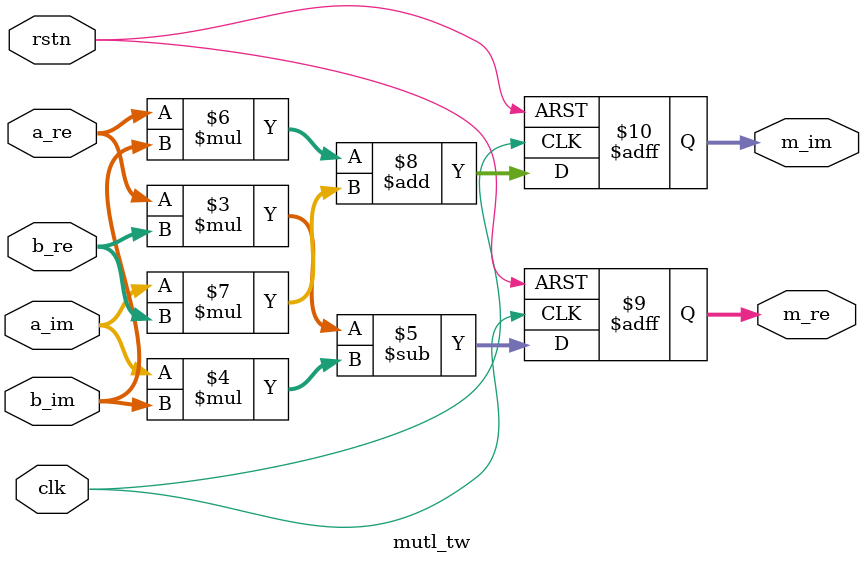
<source format=sv>

module mutl_tw #(
    parameter WIDTH = 13
)(
    input clk,
    input rstn,
    input logic signed [WIDTH-1:0] a_re,
    input logic signed [WIDTH-1:0] a_im,
    input logic signed [8:0] b_re,
    input logic signed [8:0] b_im,
    output logic signed [WIDTH+8:0] m_re,
    output logic signed [WIDTH+8:0] m_im

);

//logic signed [WIDTH+9-1:0]   arbr, arbi, aibr, aibi;
//logic signed [WIDTH+9:0] w_m_re, w_m_im;

//  
//assign  arbr = a_re * b_re;
//assign  arbi = a_re * b_im;
//assign  aibr = a_im * b_re;
//assign  aibi = a_im * b_im;

// 
//assign  w_m_re = arbr - aibi;
//assign  w_m_im = arbi + aibr;



always_ff @(posedge clk or negedge rstn) begin
    if(!rstn) begin
        m_re <= '0;
        m_im <= '0;
    end
    else begin
        m_re <= (a_re * b_re) - (a_im * b_im);
        m_im <= (a_re * b_im) + (a_im * b_re);
    end
end

endmodule

</source>
